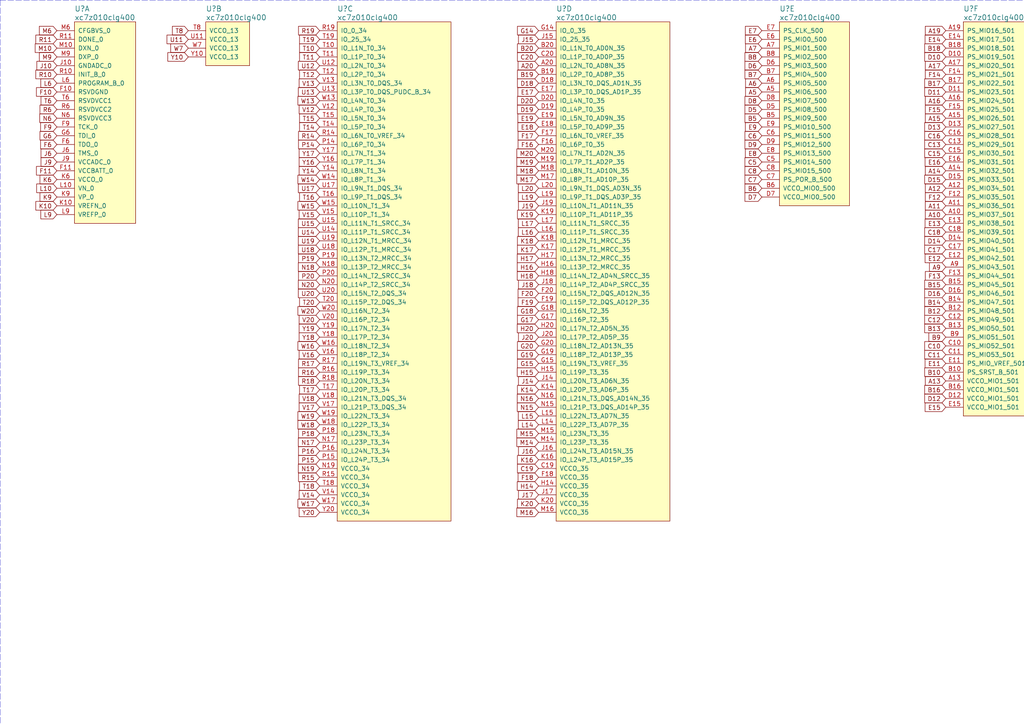
<source format=kicad_sch>
(kicad_sch (version 20201015) (generator eeschema)
  (paper "A4")
  (polyline (pts (xy 0 0) (xy 0 236.22)) (stroke (width 0) (type dash)))
  (polyline (pts (xy 0 0) (xy 457.2 0)) (stroke (width 0) (type dash)))
  (polyline (pts (xy 0 236.22) (xy 457.2 236.22)) (stroke (width 0) (type dash)))
  (polyline (pts (xy 457.2 236.22) (xy 457.2 0)) (stroke (width 0) (type dash)))
  (text "D .*\nF .*\nV XC7Z010-1CLG400I" (at 0 0 0) (effects (font (size 1.27 1.27)) (justify left bottom)))
  (global_label "M6" (shape input) (at 16.51 8.89 180) (property "Intersheet References" "${INTERSHEET_REFS}" (effects hide)))
  (global_label "R11" (shape input) (at 16.51 11.43 180) (property "Intersheet References" "${INTERSHEET_REFS}" (effects hide)))
  (global_label "M10" (shape input) (at 16.51 13.97 180) (property "Intersheet References" "${INTERSHEET_REFS}" (effects hide)))
  (global_label "M9" (shape input) (at 16.51 16.51 180) (property "Intersheet References" "${INTERSHEET_REFS}" (effects hide)))
  (global_label "J10" (shape input) (at 16.51 19.05 180) (property "Intersheet References" "${INTERSHEET_REFS}" (effects hide)))
  (global_label "R10" (shape input) (at 16.51 21.59 180) (property "Intersheet References" "${INTERSHEET_REFS}" (effects hide)))
  (global_label "L6" (shape input) (at 16.51 24.13 180) (property "Intersheet References" "${INTERSHEET_REFS}" (effects hide)))
  (global_label "F10" (shape input) (at 16.51 26.67 180) (property "Intersheet References" "${INTERSHEET_REFS}" (effects hide)))
  (global_label "T6" (shape input) (at 16.51 29.21 180) (property "Intersheet References" "${INTERSHEET_REFS}" (effects hide)))
  (global_label "R6" (shape input) (at 16.51 31.75 180) (property "Intersheet References" "${INTERSHEET_REFS}" (effects hide)))
  (global_label "N6" (shape input) (at 16.51 34.29 180) (property "Intersheet References" "${INTERSHEET_REFS}" (effects hide)))
  (global_label "F9" (shape input) (at 16.51 36.83 180) (property "Intersheet References" "${INTERSHEET_REFS}" (effects hide)))
  (global_label "G6" (shape input) (at 16.51 39.37 180) (property "Intersheet References" "${INTERSHEET_REFS}" (effects hide)))
  (global_label "F6" (shape input) (at 16.51 41.91 180) (property "Intersheet References" "${INTERSHEET_REFS}" (effects hide)))
  (global_label "J6" (shape input) (at 16.51 44.45 180) (property "Intersheet References" "${INTERSHEET_REFS}" (effects hide)))
  (global_label "J9" (shape input) (at 16.51 46.99 180) (property "Intersheet References" "${INTERSHEET_REFS}" (effects hide)))
  (global_label "F11" (shape input) (at 16.51 49.53 180) (property "Intersheet References" "${INTERSHEET_REFS}" (effects hide)))
  (global_label "K6" (shape input) (at 16.51 52.07 180) (property "Intersheet References" "${INTERSHEET_REFS}" (effects hide)))
  (global_label "L10" (shape input) (at 16.51 54.61 180) (property "Intersheet References" "${INTERSHEET_REFS}" (effects hide)))
  (global_label "K9" (shape input) (at 16.51 57.15 180) (property "Intersheet References" "${INTERSHEET_REFS}" (effects hide)))
  (global_label "K10" (shape input) (at 16.51 59.69 180) (property "Intersheet References" "${INTERSHEET_REFS}" (effects hide)))
  (global_label "L9" (shape input) (at 16.51 62.23 180) (property "Intersheet References" "${INTERSHEET_REFS}" (effects hide)))
  (global_label "T8" (shape input) (at 54.61 8.89 180) (property "Intersheet References" "${INTERSHEET_REFS}" (effects hide)))
  (global_label "U11" (shape input) (at 54.61 11.43 180) (property "Intersheet References" "${INTERSHEET_REFS}" (effects hide)))
  (global_label "W7" (shape input) (at 54.61 13.97 180) (property "Intersheet References" "${INTERSHEET_REFS}" (effects hide)))
  (global_label "Y10" (shape input) (at 54.61 16.51 180) (property "Intersheet References" "${INTERSHEET_REFS}" (effects hide)))
  (global_label "R19" (shape input) (at 92.71 8.89 180) (property "Intersheet References" "${INTERSHEET_REFS}" (effects hide)))
  (global_label "T19" (shape input) (at 92.71 11.43 180) (property "Intersheet References" "${INTERSHEET_REFS}" (effects hide)))
  (global_label "T10" (shape input) (at 92.71 13.97 180) (property "Intersheet References" "${INTERSHEET_REFS}" (effects hide)))
  (global_label "T11" (shape input) (at 92.71 16.51 180) (property "Intersheet References" "${INTERSHEET_REFS}" (effects hide)))
  (global_label "U12" (shape input) (at 92.71 19.05 180) (property "Intersheet References" "${INTERSHEET_REFS}" (effects hide)))
  (global_label "T12" (shape input) (at 92.71 21.59 180) (property "Intersheet References" "${INTERSHEET_REFS}" (effects hide)))
  (global_label "V13" (shape input) (at 92.71 24.13 180) (property "Intersheet References" "${INTERSHEET_REFS}" (effects hide)))
  (global_label "U13" (shape input) (at 92.71 26.67 180) (property "Intersheet References" "${INTERSHEET_REFS}" (effects hide)))
  (global_label "W13" (shape input) (at 92.71 29.21 180) (property "Intersheet References" "${INTERSHEET_REFS}" (effects hide)))
  (global_label "V12" (shape input) (at 92.71 31.75 180) (property "Intersheet References" "${INTERSHEET_REFS}" (effects hide)))
  (global_label "T15" (shape input) (at 92.71 34.29 180) (property "Intersheet References" "${INTERSHEET_REFS}" (effects hide)))
  (global_label "T14" (shape input) (at 92.71 36.83 180) (property "Intersheet References" "${INTERSHEET_REFS}" (effects hide)))
  (global_label "R14" (shape input) (at 92.71 39.37 180) (property "Intersheet References" "${INTERSHEET_REFS}" (effects hide)))
  (global_label "P14" (shape input) (at 92.71 41.91 180) (property "Intersheet References" "${INTERSHEET_REFS}" (effects hide)))
  (global_label "Y17" (shape input) (at 92.71 44.45 180) (property "Intersheet References" "${INTERSHEET_REFS}" (effects hide)))
  (global_label "Y16" (shape input) (at 92.71 46.99 180) (property "Intersheet References" "${INTERSHEET_REFS}" (effects hide)))
  (global_label "Y14" (shape input) (at 92.71 49.53 180) (property "Intersheet References" "${INTERSHEET_REFS}" (effects hide)))
  (global_label "W14" (shape input) (at 92.71 52.07 180) (property "Intersheet References" "${INTERSHEET_REFS}" (effects hide)))
  (global_label "U17" (shape input) (at 92.71 54.61 180) (property "Intersheet References" "${INTERSHEET_REFS}" (effects hide)))
  (global_label "T16" (shape input) (at 92.71 57.15 180) (property "Intersheet References" "${INTERSHEET_REFS}" (effects hide)))
  (global_label "W15" (shape input) (at 92.71 59.69 180) (property "Intersheet References" "${INTERSHEET_REFS}" (effects hide)))
  (global_label "V15" (shape input) (at 92.71 62.23 180) (property "Intersheet References" "${INTERSHEET_REFS}" (effects hide)))
  (global_label "U15" (shape input) (at 92.71 64.77 180) (property "Intersheet References" "${INTERSHEET_REFS}" (effects hide)))
  (global_label "U14" (shape input) (at 92.71 67.31 180) (property "Intersheet References" "${INTERSHEET_REFS}" (effects hide)))
  (global_label "U19" (shape input) (at 92.71 69.85 180) (property "Intersheet References" "${INTERSHEET_REFS}" (effects hide)))
  (global_label "U18" (shape input) (at 92.71 72.39 180) (property "Intersheet References" "${INTERSHEET_REFS}" (effects hide)))
  (global_label "P19" (shape input) (at 92.71 74.93 180) (property "Intersheet References" "${INTERSHEET_REFS}" (effects hide)))
  (global_label "N18" (shape input) (at 92.71 77.47 180) (property "Intersheet References" "${INTERSHEET_REFS}" (effects hide)))
  (global_label "P20" (shape input) (at 92.71 80.01 180) (property "Intersheet References" "${INTERSHEET_REFS}" (effects hide)))
  (global_label "N20" (shape input) (at 92.71 82.55 180) (property "Intersheet References" "${INTERSHEET_REFS}" (effects hide)))
  (global_label "U20" (shape input) (at 92.71 85.09 180) (property "Intersheet References" "${INTERSHEET_REFS}" (effects hide)))
  (global_label "T20" (shape input) (at 92.71 87.63 180) (property "Intersheet References" "${INTERSHEET_REFS}" (effects hide)))
  (global_label "W20" (shape input) (at 92.71 90.17 180) (property "Intersheet References" "${INTERSHEET_REFS}" (effects hide)))
  (global_label "V20" (shape input) (at 92.71 92.71 180) (property "Intersheet References" "${INTERSHEET_REFS}" (effects hide)))
  (global_label "Y19" (shape input) (at 92.71 95.25 180) (property "Intersheet References" "${INTERSHEET_REFS}" (effects hide)))
  (global_label "Y18" (shape input) (at 92.71 97.79 180) (property "Intersheet References" "${INTERSHEET_REFS}" (effects hide)))
  (global_label "W16" (shape input) (at 92.71 100.33 180) (property "Intersheet References" "${INTERSHEET_REFS}" (effects hide)))
  (global_label "V16" (shape input) (at 92.71 102.87 180) (property "Intersheet References" "${INTERSHEET_REFS}" (effects hide)))
  (global_label "R17" (shape input) (at 92.71 105.41 180) (property "Intersheet References" "${INTERSHEET_REFS}" (effects hide)))
  (global_label "R16" (shape input) (at 92.71 107.95 180) (property "Intersheet References" "${INTERSHEET_REFS}" (effects hide)))
  (global_label "R18" (shape input) (at 92.71 110.49 180) (property "Intersheet References" "${INTERSHEET_REFS}" (effects hide)))
  (global_label "T17" (shape input) (at 92.71 113.03 180) (property "Intersheet References" "${INTERSHEET_REFS}" (effects hide)))
  (global_label "V18" (shape input) (at 92.71 115.57 180) (property "Intersheet References" "${INTERSHEET_REFS}" (effects hide)))
  (global_label "V17" (shape input) (at 92.71 118.11 180) (property "Intersheet References" "${INTERSHEET_REFS}" (effects hide)))
  (global_label "W19" (shape input) (at 92.71 120.65 180) (property "Intersheet References" "${INTERSHEET_REFS}" (effects hide)))
  (global_label "W18" (shape input) (at 92.71 123.19 180) (property "Intersheet References" "${INTERSHEET_REFS}" (effects hide)))
  (global_label "P18" (shape input) (at 92.71 125.73 180) (property "Intersheet References" "${INTERSHEET_REFS}" (effects hide)))
  (global_label "N17" (shape input) (at 92.71 128.27 180) (property "Intersheet References" "${INTERSHEET_REFS}" (effects hide)))
  (global_label "P16" (shape input) (at 92.71 130.81 180) (property "Intersheet References" "${INTERSHEET_REFS}" (effects hide)))
  (global_label "P15" (shape input) (at 92.71 133.35 180) (property "Intersheet References" "${INTERSHEET_REFS}" (effects hide)))
  (global_label "N19" (shape input) (at 92.71 135.89 180) (property "Intersheet References" "${INTERSHEET_REFS}" (effects hide)))
  (global_label "R15" (shape input) (at 92.71 138.43 180) (property "Intersheet References" "${INTERSHEET_REFS}" (effects hide)))
  (global_label "T18" (shape input) (at 92.71 140.97 180) (property "Intersheet References" "${INTERSHEET_REFS}" (effects hide)))
  (global_label "V14" (shape input) (at 92.71 143.51 180) (property "Intersheet References" "${INTERSHEET_REFS}" (effects hide)))
  (global_label "W17" (shape input) (at 92.71 146.05 180) (property "Intersheet References" "${INTERSHEET_REFS}" (effects hide)))
  (global_label "Y20" (shape input) (at 92.71 148.59 180) (property "Intersheet References" "${INTERSHEET_REFS}" (effects hide)))
  (global_label "G14" (shape input) (at 156.21 8.89 180) (property "Intersheet References" "${INTERSHEET_REFS}" (effects hide)))
  (global_label "J15" (shape input) (at 156.21 11.43 180) (property "Intersheet References" "${INTERSHEET_REFS}" (effects hide)))
  (global_label "B20" (shape input) (at 156.21 13.97 180) (property "Intersheet References" "${INTERSHEET_REFS}" (effects hide)))
  (global_label "C20" (shape input) (at 156.21 16.51 180) (property "Intersheet References" "${INTERSHEET_REFS}" (effects hide)))
  (global_label "A20" (shape input) (at 156.21 19.05 180) (property "Intersheet References" "${INTERSHEET_REFS}" (effects hide)))
  (global_label "B19" (shape input) (at 156.21 21.59 180) (property "Intersheet References" "${INTERSHEET_REFS}" (effects hide)))
  (global_label "D18" (shape input) (at 156.21 24.13 180) (property "Intersheet References" "${INTERSHEET_REFS}" (effects hide)))
  (global_label "E17" (shape input) (at 156.21 26.67 180) (property "Intersheet References" "${INTERSHEET_REFS}" (effects hide)))
  (global_label "D20" (shape input) (at 156.21 29.21 180) (property "Intersheet References" "${INTERSHEET_REFS}" (effects hide)))
  (global_label "D19" (shape input) (at 156.21 31.75 180) (property "Intersheet References" "${INTERSHEET_REFS}" (effects hide)))
  (global_label "E19" (shape input) (at 156.21 34.29 180) (property "Intersheet References" "${INTERSHEET_REFS}" (effects hide)))
  (global_label "E18" (shape input) (at 156.21 36.83 180) (property "Intersheet References" "${INTERSHEET_REFS}" (effects hide)))
  (global_label "F17" (shape input) (at 156.21 39.37 180) (property "Intersheet References" "${INTERSHEET_REFS}" (effects hide)))
  (global_label "F16" (shape input) (at 156.21 41.91 180) (property "Intersheet References" "${INTERSHEET_REFS}" (effects hide)))
  (global_label "M20" (shape input) (at 156.21 44.45 180) (property "Intersheet References" "${INTERSHEET_REFS}" (effects hide)))
  (global_label "M19" (shape input) (at 156.21 46.99 180) (property "Intersheet References" "${INTERSHEET_REFS}" (effects hide)))
  (global_label "M18" (shape input) (at 156.21 49.53 180) (property "Intersheet References" "${INTERSHEET_REFS}" (effects hide)))
  (global_label "M17" (shape input) (at 156.21 52.07 180) (property "Intersheet References" "${INTERSHEET_REFS}" (effects hide)))
  (global_label "L20" (shape input) (at 156.21 54.61 180) (property "Intersheet References" "${INTERSHEET_REFS}" (effects hide)))
  (global_label "L19" (shape input) (at 156.21 57.15 180) (property "Intersheet References" "${INTERSHEET_REFS}" (effects hide)))
  (global_label "J19" (shape input) (at 156.21 59.69 180) (property "Intersheet References" "${INTERSHEET_REFS}" (effects hide)))
  (global_label "K19" (shape input) (at 156.21 62.23 180) (property "Intersheet References" "${INTERSHEET_REFS}" (effects hide)))
  (global_label "L17" (shape input) (at 156.21 64.77 180) (property "Intersheet References" "${INTERSHEET_REFS}" (effects hide)))
  (global_label "L16" (shape input) (at 156.21 67.31 180) (property "Intersheet References" "${INTERSHEET_REFS}" (effects hide)))
  (global_label "K18" (shape input) (at 156.21 69.85 180) (property "Intersheet References" "${INTERSHEET_REFS}" (effects hide)))
  (global_label "K17" (shape input) (at 156.21 72.39 180) (property "Intersheet References" "${INTERSHEET_REFS}" (effects hide)))
  (global_label "H17" (shape input) (at 156.21 74.93 180) (property "Intersheet References" "${INTERSHEET_REFS}" (effects hide)))
  (global_label "H16" (shape input) (at 156.21 77.47 180) (property "Intersheet References" "${INTERSHEET_REFS}" (effects hide)))
  (global_label "H18" (shape input) (at 156.21 80.01 180) (property "Intersheet References" "${INTERSHEET_REFS}" (effects hide)))
  (global_label "J18" (shape input) (at 156.21 82.55 180) (property "Intersheet References" "${INTERSHEET_REFS}" (effects hide)))
  (global_label "F20" (shape input) (at 156.21 85.09 180) (property "Intersheet References" "${INTERSHEET_REFS}" (effects hide)))
  (global_label "F19" (shape input) (at 156.21 87.63 180) (property "Intersheet References" "${INTERSHEET_REFS}" (effects hide)))
  (global_label "G18" (shape input) (at 156.21 90.17 180) (property "Intersheet References" "${INTERSHEET_REFS}" (effects hide)))
  (global_label "G17" (shape input) (at 156.21 92.71 180) (property "Intersheet References" "${INTERSHEET_REFS}" (effects hide)))
  (global_label "H20" (shape input) (at 156.21 95.25 180) (property "Intersheet References" "${INTERSHEET_REFS}" (effects hide)))
  (global_label "J20" (shape input) (at 156.21 97.79 180) (property "Intersheet References" "${INTERSHEET_REFS}" (effects hide)))
  (global_label "G20" (shape input) (at 156.21 100.33 180) (property "Intersheet References" "${INTERSHEET_REFS}" (effects hide)))
  (global_label "G19" (shape input) (at 156.21 102.87 180) (property "Intersheet References" "${INTERSHEET_REFS}" (effects hide)))
  (global_label "G15" (shape input) (at 156.21 105.41 180) (property "Intersheet References" "${INTERSHEET_REFS}" (effects hide)))
  (global_label "H15" (shape input) (at 156.21 107.95 180) (property "Intersheet References" "${INTERSHEET_REFS}" (effects hide)))
  (global_label "J14" (shape input) (at 156.21 110.49 180) (property "Intersheet References" "${INTERSHEET_REFS}" (effects hide)))
  (global_label "K14" (shape input) (at 156.21 113.03 180) (property "Intersheet References" "${INTERSHEET_REFS}" (effects hide)))
  (global_label "N16" (shape input) (at 156.21 115.57 180) (property "Intersheet References" "${INTERSHEET_REFS}" (effects hide)))
  (global_label "N15" (shape input) (at 156.21 118.11 180) (property "Intersheet References" "${INTERSHEET_REFS}" (effects hide)))
  (global_label "L15" (shape input) (at 156.21 120.65 180) (property "Intersheet References" "${INTERSHEET_REFS}" (effects hide)))
  (global_label "L14" (shape input) (at 156.21 123.19 180) (property "Intersheet References" "${INTERSHEET_REFS}" (effects hide)))
  (global_label "M15" (shape input) (at 156.21 125.73 180) (property "Intersheet References" "${INTERSHEET_REFS}" (effects hide)))
  (global_label "M14" (shape input) (at 156.21 128.27 180) (property "Intersheet References" "${INTERSHEET_REFS}" (effects hide)))
  (global_label "J16" (shape input) (at 156.21 130.81 180) (property "Intersheet References" "${INTERSHEET_REFS}" (effects hide)))
  (global_label "K16" (shape input) (at 156.21 133.35 180) (property "Intersheet References" "${INTERSHEET_REFS}" (effects hide)))
  (global_label "C19" (shape input) (at 156.21 135.89 180) (property "Intersheet References" "${INTERSHEET_REFS}" (effects hide)))
  (global_label "F18" (shape input) (at 156.21 138.43 180) (property "Intersheet References" "${INTERSHEET_REFS}" (effects hide)))
  (global_label "H14" (shape input) (at 156.21 140.97 180) (property "Intersheet References" "${INTERSHEET_REFS}" (effects hide)))
  (global_label "J17" (shape input) (at 156.21 143.51 180) (property "Intersheet References" "${INTERSHEET_REFS}" (effects hide)))
  (global_label "K20" (shape input) (at 156.21 146.05 180) (property "Intersheet References" "${INTERSHEET_REFS}" (effects hide)))
  (global_label "M16" (shape input) (at 156.21 148.59 180) (property "Intersheet References" "${INTERSHEET_REFS}" (effects hide)))
  (global_label "E7" (shape input) (at 220.98 8.89 180) (property "Intersheet References" "${INTERSHEET_REFS}" (effects hide)))
  (global_label "E6" (shape input) (at 220.98 11.43 180) (property "Intersheet References" "${INTERSHEET_REFS}" (effects hide)))
  (global_label "A7" (shape input) (at 220.98 13.97 180) (property "Intersheet References" "${INTERSHEET_REFS}" (effects hide)))
  (global_label "B8" (shape input) (at 220.98 16.51 180) (property "Intersheet References" "${INTERSHEET_REFS}" (effects hide)))
  (global_label "D6" (shape input) (at 220.98 19.05 180) (property "Intersheet References" "${INTERSHEET_REFS}" (effects hide)))
  (global_label "B7" (shape input) (at 220.98 21.59 180) (property "Intersheet References" "${INTERSHEET_REFS}" (effects hide)))
  (global_label "A6" (shape input) (at 220.98 24.13 180) (property "Intersheet References" "${INTERSHEET_REFS}" (effects hide)))
  (global_label "A5" (shape input) (at 220.98 26.67 180) (property "Intersheet References" "${INTERSHEET_REFS}" (effects hide)))
  (global_label "D8" (shape input) (at 220.98 29.21 180) (property "Intersheet References" "${INTERSHEET_REFS}" (effects hide)))
  (global_label "D5" (shape input) (at 220.98 31.75 180) (property "Intersheet References" "${INTERSHEET_REFS}" (effects hide)))
  (global_label "B5" (shape input) (at 220.98 34.29 180) (property "Intersheet References" "${INTERSHEET_REFS}" (effects hide)))
  (global_label "E9" (shape input) (at 220.98 36.83 180) (property "Intersheet References" "${INTERSHEET_REFS}" (effects hide)))
  (global_label "C6" (shape input) (at 220.98 39.37 180) (property "Intersheet References" "${INTERSHEET_REFS}" (effects hide)))
  (global_label "D9" (shape input) (at 220.98 41.91 180) (property "Intersheet References" "${INTERSHEET_REFS}" (effects hide)))
  (global_label "E8" (shape input) (at 220.98 44.45 180) (property "Intersheet References" "${INTERSHEET_REFS}" (effects hide)))
  (global_label "C5" (shape input) (at 220.98 46.99 180) (property "Intersheet References" "${INTERSHEET_REFS}" (effects hide)))
  (global_label "C8" (shape input) (at 220.98 49.53 180) (property "Intersheet References" "${INTERSHEET_REFS}" (effects hide)))
  (global_label "C7" (shape input) (at 220.98 52.07 180) (property "Intersheet References" "${INTERSHEET_REFS}" (effects hide)))
  (global_label "B6" (shape input) (at 220.98 54.61 180) (property "Intersheet References" "${INTERSHEET_REFS}" (effects hide)))
  (global_label "D7" (shape input) (at 220.98 57.15 180) (property "Intersheet References" "${INTERSHEET_REFS}" (effects hide)))
  (global_label "A19" (shape input) (at 274.32 8.89 180) (property "Intersheet References" "${INTERSHEET_REFS}" (effects hide)))
  (global_label "E14" (shape input) (at 274.32 11.43 180) (property "Intersheet References" "${INTERSHEET_REFS}" (effects hide)))
  (global_label "B18" (shape input) (at 274.32 13.97 180) (property "Intersheet References" "${INTERSHEET_REFS}" (effects hide)))
  (global_label "D10" (shape input) (at 274.32 16.51 180) (property "Intersheet References" "${INTERSHEET_REFS}" (effects hide)))
  (global_label "A17" (shape input) (at 274.32 19.05 180) (property "Intersheet References" "${INTERSHEET_REFS}" (effects hide)))
  (global_label "F14" (shape input) (at 274.32 21.59 180) (property "Intersheet References" "${INTERSHEET_REFS}" (effects hide)))
  (global_label "B17" (shape input) (at 274.32 24.13 180) (property "Intersheet References" "${INTERSHEET_REFS}" (effects hide)))
  (global_label "D11" (shape input) (at 274.32 26.67 180) (property "Intersheet References" "${INTERSHEET_REFS}" (effects hide)))
  (global_label "A16" (shape input) (at 274.32 29.21 180) (property "Intersheet References" "${INTERSHEET_REFS}" (effects hide)))
  (global_label "F15" (shape input) (at 274.32 31.75 180) (property "Intersheet References" "${INTERSHEET_REFS}" (effects hide)))
  (global_label "A15" (shape input) (at 274.32 34.29 180) (property "Intersheet References" "${INTERSHEET_REFS}" (effects hide)))
  (global_label "D13" (shape input) (at 274.32 36.83 180) (property "Intersheet References" "${INTERSHEET_REFS}" (effects hide)))
  (global_label "C16" (shape input) (at 274.32 39.37 180) (property "Intersheet References" "${INTERSHEET_REFS}" (effects hide)))
  (global_label "C13" (shape input) (at 274.32 41.91 180) (property "Intersheet References" "${INTERSHEET_REFS}" (effects hide)))
  (global_label "C15" (shape input) (at 274.32 44.45 180) (property "Intersheet References" "${INTERSHEET_REFS}" (effects hide)))
  (global_label "E16" (shape input) (at 274.32 46.99 180) (property "Intersheet References" "${INTERSHEET_REFS}" (effects hide)))
  (global_label "A14" (shape input) (at 274.32 49.53 180) (property "Intersheet References" "${INTERSHEET_REFS}" (effects hide)))
  (global_label "D15" (shape input) (at 274.32 52.07 180) (property "Intersheet References" "${INTERSHEET_REFS}" (effects hide)))
  (global_label "A12" (shape input) (at 274.32 54.61 180) (property "Intersheet References" "${INTERSHEET_REFS}" (effects hide)))
  (global_label "F12" (shape input) (at 274.32 57.15 180) (property "Intersheet References" "${INTERSHEET_REFS}" (effects hide)))
  (global_label "A11" (shape input) (at 274.32 59.69 180) (property "Intersheet References" "${INTERSHEET_REFS}" (effects hide)))
  (global_label "A10" (shape input) (at 274.32 62.23 180) (property "Intersheet References" "${INTERSHEET_REFS}" (effects hide)))
  (global_label "E13" (shape input) (at 274.32 64.77 180) (property "Intersheet References" "${INTERSHEET_REFS}" (effects hide)))
  (global_label "C18" (shape input) (at 274.32 67.31 180) (property "Intersheet References" "${INTERSHEET_REFS}" (effects hide)))
  (global_label "D14" (shape input) (at 274.32 69.85 180) (property "Intersheet References" "${INTERSHEET_REFS}" (effects hide)))
  (global_label "C17" (shape input) (at 274.32 72.39 180) (property "Intersheet References" "${INTERSHEET_REFS}" (effects hide)))
  (global_label "E12" (shape input) (at 274.32 74.93 180) (property "Intersheet References" "${INTERSHEET_REFS}" (effects hide)))
  (global_label "A9" (shape input) (at 274.32 77.47 180) (property "Intersheet References" "${INTERSHEET_REFS}" (effects hide)))
  (global_label "F13" (shape input) (at 274.32 80.01 180) (property "Intersheet References" "${INTERSHEET_REFS}" (effects hide)))
  (global_label "B15" (shape input) (at 274.32 82.55 180) (property "Intersheet References" "${INTERSHEET_REFS}" (effects hide)))
  (global_label "D16" (shape input) (at 274.32 85.09 180) (property "Intersheet References" "${INTERSHEET_REFS}" (effects hide)))
  (global_label "B14" (shape input) (at 274.32 87.63 180) (property "Intersheet References" "${INTERSHEET_REFS}" (effects hide)))
  (global_label "B12" (shape input) (at 274.32 90.17 180) (property "Intersheet References" "${INTERSHEET_REFS}" (effects hide)))
  (global_label "C12" (shape input) (at 274.32 92.71 180) (property "Intersheet References" "${INTERSHEET_REFS}" (effects hide)))
  (global_label "B13" (shape input) (at 274.32 95.25 180) (property "Intersheet References" "${INTERSHEET_REFS}" (effects hide)))
  (global_label "B9" (shape input) (at 274.32 97.79 180) (property "Intersheet References" "${INTERSHEET_REFS}" (effects hide)))
  (global_label "C10" (shape input) (at 274.32 100.33 180) (property "Intersheet References" "${INTERSHEET_REFS}" (effects hide)))
  (global_label "C11" (shape input) (at 274.32 102.87 180) (property "Intersheet References" "${INTERSHEET_REFS}" (effects hide)))
  (global_label "E11" (shape input) (at 274.32 105.41 180) (property "Intersheet References" "${INTERSHEET_REFS}" (effects hide)))
  (global_label "B10" (shape input) (at 274.32 107.95 180) (property "Intersheet References" "${INTERSHEET_REFS}" (effects hide)))
  (global_label "A13" (shape input) (at 274.32 110.49 180) (property "Intersheet References" "${INTERSHEET_REFS}" (effects hide)))
  (global_label "B16" (shape input) (at 274.32 113.03 180) (property "Intersheet References" "${INTERSHEET_REFS}" (effects hide)))
  (global_label "D12" (shape input) (at 274.32 115.57 180) (property "Intersheet References" "${INTERSHEET_REFS}" (effects hide)))
  (global_label "E15" (shape input) (at 274.32 118.11 180) (property "Intersheet References" "${INTERSHEET_REFS}" (effects hide)))
  (global_label "N2" (shape input) (at 331.47 8.89 180) (property "Intersheet References" "${INTERSHEET_REFS}" (effects hide)))
  (global_label "K2" (shape input) (at 331.47 11.43 180) (property "Intersheet References" "${INTERSHEET_REFS}" (effects hide)))
  (global_label "M3" (shape input) (at 331.47 13.97 180) (property "Intersheet References" "${INTERSHEET_REFS}" (effects hide)))
  (global_label "K3" (shape input) (at 331.47 16.51 180) (property "Intersheet References" "${INTERSHEET_REFS}" (effects hide)))
  (global_label "M4" (shape input) (at 331.47 19.05 180) (property "Intersheet References" "${INTERSHEET_REFS}" (effects hide)))
  (global_label "L1" (shape input) (at 331.47 21.59 180) (property "Intersheet References" "${INTERSHEET_REFS}" (effects hide)))
  (global_label "L4" (shape input) (at 331.47 24.13 180) (property "Intersheet References" "${INTERSHEET_REFS}" (effects hide)))
  (global_label "K4" (shape input) (at 331.47 26.67 180) (property "Intersheet References" "${INTERSHEET_REFS}" (effects hide)))
  (global_label "K1" (shape input) (at 331.47 29.21 180) (property "Intersheet References" "${INTERSHEET_REFS}" (effects hide)))
  (global_label "J4" (shape input) (at 331.47 31.75 180) (property "Intersheet References" "${INTERSHEET_REFS}" (effects hide)))
  (global_label "F5" (shape input) (at 331.47 34.29 180) (property "Intersheet References" "${INTERSHEET_REFS}" (effects hide)))
  (global_label "G4" (shape input) (at 331.47 36.83 180) (property "Intersheet References" "${INTERSHEET_REFS}" (effects hide)))
  (global_label "E4" (shape input) (at 331.47 39.37 180) (property "Intersheet References" "${INTERSHEET_REFS}" (effects hide)))
  (global_label "D4" (shape input) (at 331.47 41.91 180) (property "Intersheet References" "${INTERSHEET_REFS}" (effects hide)))
  (global_label "F4" (shape input) (at 331.47 44.45 180) (property "Intersheet References" "${INTERSHEET_REFS}" (effects hide)))
  (global_label "L5" (shape input) (at 331.47 46.99 180) (property "Intersheet References" "${INTERSHEET_REFS}" (effects hide)))
  (global_label "R4" (shape input) (at 331.47 49.53 180) (property "Intersheet References" "${INTERSHEET_REFS}" (effects hide)))
  (global_label "J5" (shape input) (at 331.47 52.07 180) (property "Intersheet References" "${INTERSHEET_REFS}" (effects hide)))
  (global_label "P5" (shape input) (at 331.47 54.61 180) (property "Intersheet References" "${INTERSHEET_REFS}" (effects hide)))
  (global_label "N3" (shape input) (at 331.47 57.15 180) (property "Intersheet References" "${INTERSHEET_REFS}" (effects hide)))
  (global_label "M2" (shape input) (at 331.47 59.69 180) (property "Intersheet References" "${INTERSHEET_REFS}" (effects hide)))
  (global_label "L2" (shape input) (at 331.47 62.23 180) (property "Intersheet References" "${INTERSHEET_REFS}" (effects hide)))
  (global_label "N1" (shape input) (at 331.47 64.77 180) (property "Intersheet References" "${INTERSHEET_REFS}" (effects hide)))
  (global_label "A1" (shape input) (at 331.47 67.31 180) (property "Intersheet References" "${INTERSHEET_REFS}" (effects hide)))
  (global_label "F1" (shape input) (at 331.47 69.85 180) (property "Intersheet References" "${INTERSHEET_REFS}" (effects hide)))
  (global_label "T1" (shape input) (at 331.47 72.39 180) (property "Intersheet References" "${INTERSHEET_REFS}" (effects hide)))
  (global_label "Y1" (shape input) (at 331.47 74.93 180) (property "Intersheet References" "${INTERSHEET_REFS}" (effects hide)))
  (global_label "C3" (shape input) (at 331.47 77.47 180) (property "Intersheet References" "${INTERSHEET_REFS}" (effects hide)))
  (global_label "B3" (shape input) (at 331.47 80.01 180) (property "Intersheet References" "${INTERSHEET_REFS}" (effects hide)))
  (global_label "A2" (shape input) (at 331.47 82.55 180) (property "Intersheet References" "${INTERSHEET_REFS}" (effects hide)))
  (global_label "A4" (shape input) (at 331.47 85.09 180) (property "Intersheet References" "${INTERSHEET_REFS}" (effects hide)))
  (global_label "D3" (shape input) (at 331.47 87.63 180) (property "Intersheet References" "${INTERSHEET_REFS}" (effects hide)))
  (global_label "D1" (shape input) (at 331.47 90.17 180) (property "Intersheet References" "${INTERSHEET_REFS}" (effects hide)))
  (global_label "C1" (shape input) (at 331.47 92.71 180) (property "Intersheet References" "${INTERSHEET_REFS}" (effects hide)))
  (global_label "E1" (shape input) (at 331.47 95.25 180) (property "Intersheet References" "${INTERSHEET_REFS}" (effects hide)))
  (global_label "E2" (shape input) (at 331.47 97.79 180) (property "Intersheet References" "${INTERSHEET_REFS}" (effects hide)))
  (global_label "E3" (shape input) (at 331.47 100.33 180) (property "Intersheet References" "${INTERSHEET_REFS}" (effects hide)))
  (global_label "G3" (shape input) (at 331.47 102.87 180) (property "Intersheet References" "${INTERSHEET_REFS}" (effects hide)))
  (global_label "H3" (shape input) (at 331.47 105.41 180) (property "Intersheet References" "${INTERSHEET_REFS}" (effects hide)))
  (global_label "J3" (shape input) (at 331.47 107.95 180) (property "Intersheet References" "${INTERSHEET_REFS}" (effects hide)))
  (global_label "H2" (shape input) (at 331.47 110.49 180) (property "Intersheet References" "${INTERSHEET_REFS}" (effects hide)))
  (global_label "H1" (shape input) (at 331.47 113.03 180) (property "Intersheet References" "${INTERSHEET_REFS}" (effects hide)))
  (global_label "J1" (shape input) (at 331.47 115.57 180) (property "Intersheet References" "${INTERSHEET_REFS}" (effects hide)))
  (global_label "P1" (shape input) (at 331.47 118.11 180) (property "Intersheet References" "${INTERSHEET_REFS}" (effects hide)))
  (global_label "P3" (shape input) (at 331.47 120.65 180) (property "Intersheet References" "${INTERSHEET_REFS}" (effects hide)))
  (global_label "R3" (shape input) (at 331.47 123.19 180) (property "Intersheet References" "${INTERSHEET_REFS}" (effects hide)))
  (global_label "R1" (shape input) (at 331.47 125.73 180) (property "Intersheet References" "${INTERSHEET_REFS}" (effects hide)))
  (global_label "T4" (shape input) (at 331.47 128.27 180) (property "Intersheet References" "${INTERSHEET_REFS}" (effects hide)))
  (global_label "U4" (shape input) (at 331.47 130.81 180) (property "Intersheet References" "${INTERSHEET_REFS}" (effects hide)))
  (global_label "U2" (shape input) (at 331.47 133.35 180) (property "Intersheet References" "${INTERSHEET_REFS}" (effects hide)))
  (global_label "U3" (shape input) (at 331.47 135.89 180) (property "Intersheet References" "${INTERSHEET_REFS}" (effects hide)))
  (global_label "V1" (shape input) (at 331.47 138.43 180) (property "Intersheet References" "${INTERSHEET_REFS}" (effects hide)))
  (global_label "Y3" (shape input) (at 331.47 140.97 180) (property "Intersheet References" "${INTERSHEET_REFS}" (effects hide)))
  (global_label "W1" (shape input) (at 331.47 143.51 180) (property "Intersheet References" "${INTERSHEET_REFS}" (effects hide)))
  (global_label "Y4" (shape input) (at 331.47 146.05 180) (property "Intersheet References" "${INTERSHEET_REFS}" (effects hide)))
  (global_label "Y2" (shape input) (at 331.47 148.59 180) (property "Intersheet References" "${INTERSHEET_REFS}" (effects hide)))
  (global_label "W3" (shape input) (at 331.47 151.13 180) (property "Intersheet References" "${INTERSHEET_REFS}" (effects hide)))
  (global_label "V2" (shape input) (at 331.47 153.67 180) (property "Intersheet References" "${INTERSHEET_REFS}" (effects hide)))
  (global_label "V3" (shape input) (at 331.47 156.21 180) (property "Intersheet References" "${INTERSHEET_REFS}" (effects hide)))
  (global_label "B2" (shape input) (at 331.47 158.75 180) (property "Intersheet References" "${INTERSHEET_REFS}" (effects hide)))
  (global_label "F2" (shape input) (at 331.47 161.29 180) (property "Intersheet References" "${INTERSHEET_REFS}" (effects hide)))
  (global_label "T2" (shape input) (at 331.47 163.83 180) (property "Intersheet References" "${INTERSHEET_REFS}" (effects hide)))
  (global_label "W4" (shape input) (at 331.47 166.37 180) (property "Intersheet References" "${INTERSHEET_REFS}" (effects hide)))
  (global_label "C2" (shape input) (at 331.47 168.91 180) (property "Intersheet References" "${INTERSHEET_REFS}" (effects hide)))
  (global_label "G2" (shape input) (at 331.47 171.45 180) (property "Intersheet References" "${INTERSHEET_REFS}" (effects hide)))
  (global_label "R2" (shape input) (at 331.47 173.99 180) (property "Intersheet References" "${INTERSHEET_REFS}" (effects hide)))
  (global_label "W5" (shape input) (at 331.47 176.53 180) (property "Intersheet References" "${INTERSHEET_REFS}" (effects hide)))
  (global_label "B4" (shape input) (at 331.47 179.07 180) (property "Intersheet References" "${INTERSHEET_REFS}" (effects hide)))
  (global_label "N5" (shape input) (at 331.47 181.61 180) (property "Intersheet References" "${INTERSHEET_REFS}" (effects hide)))
  (global_label "P4" (shape input) (at 331.47 184.15 180) (property "Intersheet References" "${INTERSHEET_REFS}" (effects hide)))
  (global_label "H6" (shape input) (at 331.47 186.69 180) (property "Intersheet References" "${INTERSHEET_REFS}" (effects hide)))
  (global_label "P6" (shape input) (at 331.47 189.23 180) (property "Intersheet References" "${INTERSHEET_REFS}" (effects hide)))
  (global_label "G5" (shape input) (at 331.47 191.77 180) (property "Intersheet References" "${INTERSHEET_REFS}" (effects hide)))
  (global_label "H5" (shape input) (at 331.47 194.31 180) (property "Intersheet References" "${INTERSHEET_REFS}" (effects hide)))
  (global_label "M5" (shape input) (at 331.47 196.85 180) (property "Intersheet References" "${INTERSHEET_REFS}" (effects hide)))
  (global_label "A3" (shape input) (at 331.47 199.39 180) (property "Intersheet References" "${INTERSHEET_REFS}" (effects hide)))
  (global_label "D2" (shape input) (at 331.47 201.93 180) (property "Intersheet References" "${INTERSHEET_REFS}" (effects hide)))
  (global_label "E5" (shape input) (at 331.47 204.47 180) (property "Intersheet References" "${INTERSHEET_REFS}" (effects hide)))
  (global_label "G1" (shape input) (at 331.47 207.01 180) (property "Intersheet References" "${INTERSHEET_REFS}" (effects hide)))
  (global_label "H4" (shape input) (at 331.47 209.55 180) (property "Intersheet References" "${INTERSHEET_REFS}" (effects hide)))
  (global_label "L3" (shape input) (at 331.47 212.09 180) (property "Intersheet References" "${INTERSHEET_REFS}" (effects hide)))
  (global_label "P2" (shape input) (at 331.47 214.63 180) (property "Intersheet References" "${INTERSHEET_REFS}" (effects hide)))
  (global_label "R5" (shape input) (at 331.47 217.17 180) (property "Intersheet References" "${INTERSHEET_REFS}" (effects hide)))
  (global_label "U1" (shape input) (at 331.47 219.71 180) (property "Intersheet References" "${INTERSHEET_REFS}" (effects hide)))
  (global_label "V4" (shape input) (at 331.47 222.25 180) (property "Intersheet References" "${INTERSHEET_REFS}" (effects hide)))
  (global_label "A8" (shape input) (at 391.16 8.89 180) (property "Intersheet References" "${INTERSHEET_REFS}" (effects hide)))
  (global_label "A18" (shape input) (at 391.16 11.43 180) (property "Intersheet References" "${INTERSHEET_REFS}" (effects hide)))
  (global_label "B1" (shape input) (at 391.16 13.97 180) (property "Intersheet References" "${INTERSHEET_REFS}" (effects hide)))
  (global_label "B11" (shape input) (at 391.16 16.51 180) (property "Intersheet References" "${INTERSHEET_REFS}" (effects hide)))
  (global_label "C4" (shape input) (at 391.16 19.05 180) (property "Intersheet References" "${INTERSHEET_REFS}" (effects hide)))
  (global_label "C14" (shape input) (at 391.16 21.59 180) (property "Intersheet References" "${INTERSHEET_REFS}" (effects hide)))
  (global_label "K11" (shape input) (at 391.16 24.13 180) (property "Intersheet References" "${INTERSHEET_REFS}" (effects hide)))
  (global_label "D17" (shape input) (at 391.16 26.67 180) (property "Intersheet References" "${INTERSHEET_REFS}" (effects hide)))
  (global_label "E10" (shape input) (at 391.16 29.21 180) (property "Intersheet References" "${INTERSHEET_REFS}" (effects hide)))
  (global_label "E20" (shape input) (at 391.16 31.75 180) (property "Intersheet References" "${INTERSHEET_REFS}" (effects hide)))
  (global_label "F3" (shape input) (at 391.16 34.29 180) (property "Intersheet References" "${INTERSHEET_REFS}" (effects hide)))
  (global_label "F7" (shape input) (at 391.16 36.83 180) (property "Intersheet References" "${INTERSHEET_REFS}" (effects hide)))
  (global_label "G10" (shape input) (at 391.16 39.37 180) (property "Intersheet References" "${INTERSHEET_REFS}" (effects hide)))
  (global_label "G12" (shape input) (at 391.16 41.91 180) (property "Intersheet References" "${INTERSHEET_REFS}" (effects hide)))
  (global_label "G16" (shape input) (at 391.16 44.45 180) (property "Intersheet References" "${INTERSHEET_REFS}" (effects hide)))
  (global_label "H7" (shape input) (at 391.16 46.99 180) (property "Intersheet References" "${INTERSHEET_REFS}" (effects hide)))
  (global_label "H9" (shape input) (at 391.16 49.53 180) (property "Intersheet References" "${INTERSHEET_REFS}" (effects hide)))
  (global_label "H11" (shape input) (at 391.16 52.07 180) (property "Intersheet References" "${INTERSHEET_REFS}" (effects hide)))
  (global_label "H13" (shape input) (at 391.16 54.61 180) (property "Intersheet References" "${INTERSHEET_REFS}" (effects hide)))
  (global_label "H19" (shape input) (at 391.16 57.15 180) (property "Intersheet References" "${INTERSHEET_REFS}" (effects hide)))
  (global_label "J2" (shape input) (at 391.16 59.69 180) (property "Intersheet References" "${INTERSHEET_REFS}" (effects hide)))
  (global_label "J8" (shape input) (at 391.16 62.23 180) (property "Intersheet References" "${INTERSHEET_REFS}" (effects hide)))
  (global_label "J12" (shape input) (at 391.16 64.77 180) (property "Intersheet References" "${INTERSHEET_REFS}" (effects hide)))
  (global_label "K5" (shape input) (at 391.16 67.31 180) (property "Intersheet References" "${INTERSHEET_REFS}" (effects hide)))
  (global_label "K7" (shape input) (at 391.16 69.85 180) (property "Intersheet References" "${INTERSHEET_REFS}" (effects hide)))
  (global_label "C9" (shape input) (at 391.16 72.39 180) (property "Intersheet References" "${INTERSHEET_REFS}" (effects hide)))
  (global_label "K13" (shape input) (at 391.16 74.93 180) (property "Intersheet References" "${INTERSHEET_REFS}" (effects hide)))
  (global_label "K15" (shape input) (at 391.16 77.47 180) (property "Intersheet References" "${INTERSHEET_REFS}" (effects hide)))
  (global_label "L8" (shape input) (at 391.16 80.01 180) (property "Intersheet References" "${INTERSHEET_REFS}" (effects hide)))
  (global_label "L12" (shape input) (at 391.16 82.55 180) (property "Intersheet References" "${INTERSHEET_REFS}" (effects hide)))
  (global_label "L18" (shape input) (at 391.16 85.09 180) (property "Intersheet References" "${INTERSHEET_REFS}" (effects hide)))
  (global_label "M1" (shape input) (at 391.16 87.63 180) (property "Intersheet References" "${INTERSHEET_REFS}" (effects hide)))
  (global_label "M7" (shape input) (at 391.16 90.17 180) (property "Intersheet References" "${INTERSHEET_REFS}" (effects hide)))
  (global_label "M11" (shape input) (at 391.16 92.71 180) (property "Intersheet References" "${INTERSHEET_REFS}" (effects hide)))
  (global_label "M13" (shape input) (at 391.16 95.25 180) (property "Intersheet References" "${INTERSHEET_REFS}" (effects hide)))
  (global_label "N4" (shape input) (at 391.16 97.79 180) (property "Intersheet References" "${INTERSHEET_REFS}" (effects hide)))
  (global_label "N8" (shape input) (at 391.16 100.33 180) (property "Intersheet References" "${INTERSHEET_REFS}" (effects hide)))
  (global_label "N10" (shape input) (at 391.16 102.87 180) (property "Intersheet References" "${INTERSHEET_REFS}" (effects hide)))
  (global_label "N12" (shape input) (at 391.16 105.41 180) (property "Intersheet References" "${INTERSHEET_REFS}" (effects hide)))
  (global_label "N14" (shape input) (at 391.16 107.95 180) (property "Intersheet References" "${INTERSHEET_REFS}" (effects hide)))
  (global_label "P7" (shape input) (at 391.16 110.49 180) (property "Intersheet References" "${INTERSHEET_REFS}" (effects hide)))
  (global_label "P9" (shape input) (at 391.16 113.03 180) (property "Intersheet References" "${INTERSHEET_REFS}" (effects hide)))
  (global_label "P11" (shape input) (at 391.16 115.57 180) (property "Intersheet References" "${INTERSHEET_REFS}" (effects hide)))
  (global_label "P13" (shape input) (at 391.16 118.11 180) (property "Intersheet References" "${INTERSHEET_REFS}" (effects hide)))
  (global_label "P17" (shape input) (at 391.16 120.65 180) (property "Intersheet References" "${INTERSHEET_REFS}" (effects hide)))
  (global_label "R8" (shape input) (at 391.16 123.19 180) (property "Intersheet References" "${INTERSHEET_REFS}" (effects hide)))
  (global_label "R12" (shape input) (at 391.16 125.73 180) (property "Intersheet References" "${INTERSHEET_REFS}" (effects hide)))
  (global_label "R20" (shape input) (at 391.16 128.27 180) (property "Intersheet References" "${INTERSHEET_REFS}" (effects hide)))
  (global_label "T3" (shape input) (at 391.16 130.81 180) (property "Intersheet References" "${INTERSHEET_REFS}" (effects hide)))
  (global_label "T7" (shape input) (at 391.16 133.35 180) (property "Intersheet References" "${INTERSHEET_REFS}" (effects hide)))
  (global_label "T13" (shape input) (at 391.16 135.89 180) (property "Intersheet References" "${INTERSHEET_REFS}" (effects hide)))
  (global_label "U6" (shape input) (at 391.16 138.43 180) (property "Intersheet References" "${INTERSHEET_REFS}" (effects hide)))
  (global_label "U16" (shape input) (at 391.16 140.97 180) (property "Intersheet References" "${INTERSHEET_REFS}" (effects hide)))
  (global_label "V9" (shape input) (at 391.16 143.51 180) (property "Intersheet References" "${INTERSHEET_REFS}" (effects hide)))
  (global_label "V19" (shape input) (at 391.16 146.05 180) (property "Intersheet References" "${INTERSHEET_REFS}" (effects hide)))
  (global_label "W2" (shape input) (at 391.16 148.59 180) (property "Intersheet References" "${INTERSHEET_REFS}" (effects hide)))
  (global_label "W12" (shape input) (at 391.16 151.13 180) (property "Intersheet References" "${INTERSHEET_REFS}" (effects hide)))
  (global_label "Y5" (shape input) (at 391.16 153.67 180) (property "Intersheet References" "${INTERSHEET_REFS}" (effects hide)))
  (global_label "Y15" (shape input) (at 391.16 156.21 180) (property "Intersheet References" "${INTERSHEET_REFS}" (effects hide)))
  (global_label "J11" (shape input) (at 391.16 158.75 180) (property "Intersheet References" "${INTERSHEET_REFS}" (effects hide)))
  (global_label "L11" (shape input) (at 391.16 161.29 180) (property "Intersheet References" "${INTERSHEET_REFS}" (effects hide)))
  (global_label "N9" (shape input) (at 391.16 163.83 180) (property "Intersheet References" "${INTERSHEET_REFS}" (effects hide)))
  (global_label "P10" (shape input) (at 391.16 166.37 180) (property "Intersheet References" "${INTERSHEET_REFS}" (effects hide)))
  (global_label "R9" (shape input) (at 391.16 168.91 180) (property "Intersheet References" "${INTERSHEET_REFS}" (effects hide)))
  (global_label "N11" (shape input) (at 391.16 171.45 180) (property "Intersheet References" "${INTERSHEET_REFS}" (effects hide)))
  (global_label "G11" (shape input) (at 391.16 173.99 180) (property "Intersheet References" "${INTERSHEET_REFS}" (effects hide)))
  (global_label "H10" (shape input) (at 391.16 176.53 180) (property "Intersheet References" "${INTERSHEET_REFS}" (effects hide)))
  (global_label "G13" (shape input) (at 391.16 179.07 180) (property "Intersheet References" "${INTERSHEET_REFS}" (effects hide)))
  (global_label "H12" (shape input) (at 391.16 181.61 180) (property "Intersheet References" "${INTERSHEET_REFS}" (effects hide)))
  (global_label "J13" (shape input) (at 391.16 184.15 180) (property "Intersheet References" "${INTERSHEET_REFS}" (effects hide)))
  (global_label "K12" (shape input) (at 391.16 186.69 180) (property "Intersheet References" "${INTERSHEET_REFS}" (effects hide)))
  (global_label "L13" (shape input) (at 391.16 189.23 180) (property "Intersheet References" "${INTERSHEET_REFS}" (effects hide)))
  (global_label "M12" (shape input) (at 391.16 191.77 180) (property "Intersheet References" "${INTERSHEET_REFS}" (effects hide)))
  (global_label "N13" (shape input) (at 391.16 194.31 180) (property "Intersheet References" "${INTERSHEET_REFS}" (effects hide)))
  (global_label "P12" (shape input) (at 391.16 196.85 180) (property "Intersheet References" "${INTERSHEET_REFS}" (effects hide)))
  (global_label "R13" (shape input) (at 391.16 199.39 180) (property "Intersheet References" "${INTERSHEET_REFS}" (effects hide)))
  (global_label "G9" (shape input) (at 391.16 201.93 180) (property "Intersheet References" "${INTERSHEET_REFS}" (effects hide)))
  (global_label "F8" (shape input) (at 391.16 204.47 180) (property "Intersheet References" "${INTERSHEET_REFS}" (effects hide)))
  (global_label "H8" (shape input) (at 391.16 207.01 180) (property "Intersheet References" "${INTERSHEET_REFS}" (effects hide)))
  (global_label "K8" (shape input) (at 391.16 209.55 180) (property "Intersheet References" "${INTERSHEET_REFS}" (effects hide)))
  (global_label "M8" (shape input) (at 391.16 212.09 180) (property "Intersheet References" "${INTERSHEET_REFS}" (effects hide)))
  (global_label "G7" (shape input) (at 391.16 214.63 180) (property "Intersheet References" "${INTERSHEET_REFS}" (effects hide)))
  (global_label "J7" (shape input) (at 391.16 217.17 180) (property "Intersheet References" "${INTERSHEET_REFS}" (effects hide)))
  (global_label "L7" (shape input) (at 391.16 219.71 180) (property "Intersheet References" "${INTERSHEET_REFS}" (effects hide)))
  (global_label "N7" (shape input) (at 391.16 222.25 180) (property "Intersheet References" "${INTERSHEET_REFS}" (effects hide)))
  (global_label "P8" (shape input) (at 391.16 224.79 180) (property "Intersheet References" "${INTERSHEET_REFS}" (effects hide)))
  (global_label "R7" (shape input) (at 391.16 227.33 180) (property "Intersheet References" "${INTERSHEET_REFS}" (effects hide)))
  (global_label "G8" (shape input) (at 391.16 229.87 180) (property "Intersheet References" "${INTERSHEET_REFS}" (effects hide)))
  (global_label "V5" (shape input) (at 425.45 8.89 180) (property "Intersheet References" "${INTERSHEET_REFS}" (effects hide)))
  (global_label "U7" (shape input) (at 425.45 11.43 180) (property "Intersheet References" "${INTERSHEET_REFS}" (effects hide)))
  (global_label "V7" (shape input) (at 425.45 13.97 180) (property "Intersheet References" "${INTERSHEET_REFS}" (effects hide)))
  (global_label "T9" (shape input) (at 425.45 16.51 180) (property "Intersheet References" "${INTERSHEET_REFS}" (effects hide)))
  (global_label "U10" (shape input) (at 425.45 19.05 180) (property "Intersheet References" "${INTERSHEET_REFS}" (effects hide)))
  (global_label "Y7" (shape input) (at 425.45 21.59 180) (property "Intersheet References" "${INTERSHEET_REFS}" (effects hide)))
  (global_label "Y6" (shape input) (at 425.45 24.13 180) (property "Intersheet References" "${INTERSHEET_REFS}" (effects hide)))
  (global_label "Y9" (shape input) (at 425.45 26.67 180) (property "Intersheet References" "${INTERSHEET_REFS}" (effects hide)))
  (global_label "Y8" (shape input) (at 425.45 29.21 180) (property "Intersheet References" "${INTERSHEET_REFS}" (effects hide)))
  (global_label "V8" (shape input) (at 425.45 31.75 180) (property "Intersheet References" "${INTERSHEET_REFS}" (effects hide)))
  (global_label "W8" (shape input) (at 425.45 34.29 180) (property "Intersheet References" "${INTERSHEET_REFS}" (effects hide)))
  (global_label "W10" (shape input) (at 425.45 36.83 180) (property "Intersheet References" "${INTERSHEET_REFS}" (effects hide)))
  (global_label "W9" (shape input) (at 425.45 39.37 180) (property "Intersheet References" "${INTERSHEET_REFS}" (effects hide)))
  (global_label "U9" (shape input) (at 425.45 41.91 180) (property "Intersheet References" "${INTERSHEET_REFS}" (effects hide)))
  (global_label "U8" (shape input) (at 425.45 44.45 180) (property "Intersheet References" "${INTERSHEET_REFS}" (effects hide)))
  (global_label "W11" (shape input) (at 425.45 46.99 180) (property "Intersheet References" "${INTERSHEET_REFS}" (effects hide)))
  (global_label "Y11" (shape input) (at 425.45 49.53 180) (property "Intersheet References" "${INTERSHEET_REFS}" (effects hide)))
  (global_label "T5" (shape input) (at 425.45 52.07 180) (property "Intersheet References" "${INTERSHEET_REFS}" (effects hide)))
  (global_label "U5" (shape input) (at 425.45 54.61 180) (property "Intersheet References" "${INTERSHEET_REFS}" (effects hide)))
  (global_label "Y12" (shape input) (at 425.45 57.15 180) (property "Intersheet References" "${INTERSHEET_REFS}" (effects hide)))
  (global_label "Y13" (shape input) (at 425.45 59.69 180) (property "Intersheet References" "${INTERSHEET_REFS}" (effects hide)))
  (global_label "V11" (shape input) (at 425.45 62.23 180) (property "Intersheet References" "${INTERSHEET_REFS}" (effects hide)))
  (global_label "V10" (shape input) (at 425.45 64.77 180) (property "Intersheet References" "${INTERSHEET_REFS}" (effects hide)))
  (global_label "V6" (shape input) (at 425.45 67.31 180) (property "Intersheet References" "${INTERSHEET_REFS}" (effects hide)))
  (global_label "W6" (shape input) (at 425.45 69.85 180) (property "Intersheet References" "${INTERSHEET_REFS}" (effects hide)))
  (symbol (lib_id "ebaz4205:xc7z010clg400") (at 54.61 8.89 0) (unit 2)
    (property "Reference" "U?" (at 59.69 2.54 0) (effects (font (size 1.524 1.524)) (justify left)))
    (property "Value" "xc7z010clg400" (at 59.69 5.08 0) (effects (font (size 1.524 1.524)) (justify left)))
    (property "desc" "xc7z010clg400" (effects hide))
  )
  (symbol (lib_id "ebaz4205:xc7z010clg400") (at 425.45 8.89 0) (unit 9)
    (property "Reference" "U?" (at 430.53 2.54 0) (effects (font (size 1.524 1.524)) (justify left)))
    (property "Value" "xc7z010clg400" (at 430.53 5.08 0) (effects (font (size 1.524 1.524)) (justify left)))
    (property "desc" "xc7z010clg400" (effects hide))
  )
  (symbol (lib_id "ebaz4205:xc7z010clg400") (at 16.51 8.89 0) (unit 1)
    (property "Reference" "U?" (at 21.59 2.54 0) (effects (font (size 1.524 1.524)) (justify left)))
    (property "Value" "xc7z010clg400" (at 21.59 5.08 0) (effects (font (size 1.524 1.524)) (justify left)))
    (property "desc" "xc7z010clg400" (effects hide))
  )
  (symbol (lib_id "ebaz4205:xc7z010clg400") (at 220.98 8.89 0) (unit 5)
    (property "Reference" "U?" (at 226.06 2.54 0) (effects (font (size 1.524 1.524)) (justify left)))
    (property "Value" "xc7z010clg400" (at 226.06 5.08 0) (effects (font (size 1.524 1.524)) (justify left)))
    (property "desc" "xc7z010clg400" (effects hide))
  )
  (symbol (lib_id "ebaz4205:xc7z010clg400") (at 274.32 8.89 0) (unit 6)
    (property "Reference" "U?" (at 279.4 2.54 0) (effects (font (size 1.524 1.524)) (justify left)))
    (property "Value" "xc7z010clg400" (at 279.4 5.08 0) (effects (font (size 1.524 1.524)) (justify left)))
    (property "desc" "xc7z010clg400" (effects hide))
  )
  (symbol (lib_id "ebaz4205:xc7z010clg400") (at 391.16 8.89 0) (unit 8)
    (property "Reference" "U?" (at 396.24 2.54 0) (effects (font (size 1.524 1.524)) (justify left)))
    (property "Value" "xc7z010clg400" (at 396.24 5.08 0) (effects (font (size 1.524 1.524)) (justify left)))
    (property "desc" "xc7z010clg400" (effects hide))
  )
  (symbol (lib_id "ebaz4205:xc7z010clg400") (at 92.71 8.89 0) (unit 3)
    (property "Reference" "U?" (at 97.79 2.54 0) (effects (font (size 1.524 1.524)) (justify left)))
    (property "Value" "xc7z010clg400" (at 97.79 5.08 0) (effects (font (size 1.524 1.524)) (justify left)))
    (property "desc" "xc7z010clg400" (effects hide))
  )
  (symbol (lib_id "ebaz4205:xc7z010clg400") (at 156.21 8.89 0) (unit 4)
    (property "Reference" "U?" (at 161.29 2.54 0) (effects (font (size 1.524 1.524)) (justify left)))
    (property "Value" "xc7z010clg400" (at 161.29 5.08 0) (effects (font (size 1.524 1.524)) (justify left)))
    (property "desc" "xc7z010clg400" (effects hide))
  )
  (symbol (lib_id "ebaz4205:xc7z010clg400") (at 331.47 8.89 0) (unit 7)
    (property "Reference" "U?" (at 336.55 2.54 0) (effects (font (size 1.524 1.524)) (justify left)))
    (property "Value" "xc7z010clg400" (at 336.55 5.08 0) (effects (font (size 1.524 1.524)) (justify left)))
    (property "desc" "xc7z010clg400" (effects hide))
  )
)
</source>
